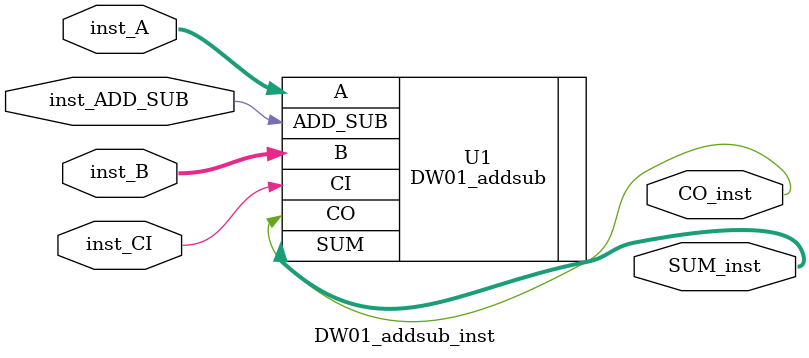
<source format=v>
module DW01_addsub_inst( inst_A, inst_B, inst_CI, inst_ADD_SUB, 
                         SUM_inst, CO_inst );

  parameter width = 8;

  input [width-1 : 0] inst_A;
  input [width-1 : 0] inst_B;
  input inst_CI;
  input inst_ADD_SUB;
  output [width-1 : 0] SUM_inst;
  output CO_inst;

  // Instance of DW01_addsub
  DW01_addsub #(width)
    U1 ( .A(inst_A), .B(inst_B), .CI(inst_CI), .ADD_SUB(inst_ADD_SUB), 
         .SUM(SUM_inst), .CO(CO_inst) );

endmodule


</source>
